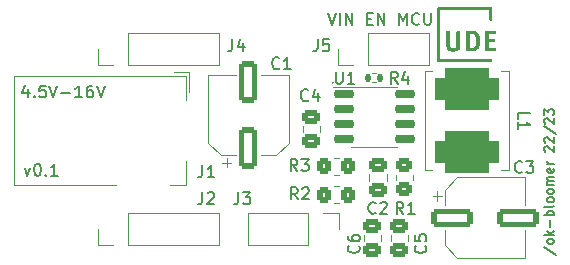
<source format=gto>
%TF.GenerationSoftware,KiCad,Pcbnew,(6.0.8)*%
%TF.CreationDate,2022-11-18T22:38:32+01:00*%
%TF.ProjectId,Single-DCDC-Converter,53696e67-6c65-42d4-9443-44432d436f6e,rev?*%
%TF.SameCoordinates,Original*%
%TF.FileFunction,Legend,Top*%
%TF.FilePolarity,Positive*%
%FSLAX46Y46*%
G04 Gerber Fmt 4.6, Leading zero omitted, Abs format (unit mm)*
G04 Created by KiCad (PCBNEW (6.0.8)) date 2022-11-18 22:38:32*
%MOMM*%
%LPD*%
G01*
G04 APERTURE LIST*
G04 Aperture macros list*
%AMRoundRect*
0 Rectangle with rounded corners*
0 $1 Rounding radius*
0 $2 $3 $4 $5 $6 $7 $8 $9 X,Y pos of 4 corners*
0 Add a 4 corners polygon primitive as box body*
4,1,4,$2,$3,$4,$5,$6,$7,$8,$9,$2,$3,0*
0 Add four circle primitives for the rounded corners*
1,1,$1+$1,$2,$3*
1,1,$1+$1,$4,$5*
1,1,$1+$1,$6,$7*
1,1,$1+$1,$8,$9*
0 Add four rect primitives between the rounded corners*
20,1,$1+$1,$2,$3,$4,$5,0*
20,1,$1+$1,$4,$5,$6,$7,0*
20,1,$1+$1,$6,$7,$8,$9,0*
20,1,$1+$1,$8,$9,$2,$3,0*%
G04 Aperture macros list end*
%ADD10C,0.150000*%
%ADD11C,0.120000*%
%ADD12RoundRect,0.900000X-1.850000X-0.900000X1.850000X-0.900000X1.850000X0.900000X-1.850000X0.900000X0*%
%ADD13RoundRect,0.900000X1.850000X0.900000X-1.850000X0.900000X-1.850000X-0.900000X1.850000X-0.900000X0*%
%ADD14RoundRect,0.135000X-0.135000X-0.185000X0.135000X-0.185000X0.135000X0.185000X-0.135000X0.185000X0*%
%ADD15RoundRect,0.250000X0.475000X-0.337500X0.475000X0.337500X-0.475000X0.337500X-0.475000X-0.337500X0*%
%ADD16R,1.700000X1.700000*%
%ADD17O,1.700000X1.700000*%
%ADD18RoundRect,0.150000X-0.725000X-0.150000X0.725000X-0.150000X0.725000X0.150000X-0.725000X0.150000X0*%
%ADD19RoundRect,0.250000X0.550000X-1.500000X0.550000X1.500000X-0.550000X1.500000X-0.550000X-1.500000X0*%
%ADD20C,5.000000*%
%ADD21RoundRect,0.250000X-0.450000X0.350000X-0.450000X-0.350000X0.450000X-0.350000X0.450000X0.350000X0*%
%ADD22RoundRect,0.250000X-0.350000X-0.450000X0.350000X-0.450000X0.350000X0.450000X-0.350000X0.450000X0*%
%ADD23RoundRect,0.250000X0.350000X0.450000X-0.350000X0.450000X-0.350000X-0.450000X0.350000X-0.450000X0*%
%ADD24R,2.000000X4.600000*%
%ADD25O,2.000000X4.200000*%
%ADD26O,4.200000X2.000000*%
%ADD27RoundRect,0.250000X-1.500000X-0.550000X1.500000X-0.550000X1.500000X0.550000X-1.500000X0.550000X0*%
G04 APERTURE END LIST*
D10*
X99857921Y-66370200D02*
G75*
G03*
X99857921Y-66370200I-35921J0D01*
G01*
X117723809Y-80240595D02*
X118752380Y-80926309D01*
X118561904Y-79859642D02*
X118523809Y-79935833D01*
X118485714Y-79973928D01*
X118409523Y-80012023D01*
X118180952Y-80012023D01*
X118104761Y-79973928D01*
X118066666Y-79935833D01*
X118028571Y-79859642D01*
X118028571Y-79745357D01*
X118066666Y-79669166D01*
X118104761Y-79631071D01*
X118180952Y-79592976D01*
X118409523Y-79592976D01*
X118485714Y-79631071D01*
X118523809Y-79669166D01*
X118561904Y-79745357D01*
X118561904Y-79859642D01*
X118561904Y-79250119D02*
X117761904Y-79250119D01*
X118257142Y-79173928D02*
X118561904Y-78945357D01*
X118028571Y-78945357D02*
X118333333Y-79250119D01*
X118257142Y-78602500D02*
X118257142Y-77992976D01*
X118561904Y-77612023D02*
X117761904Y-77612023D01*
X118066666Y-77612023D02*
X118028571Y-77535833D01*
X118028571Y-77383452D01*
X118066666Y-77307261D01*
X118104761Y-77269166D01*
X118180952Y-77231071D01*
X118409523Y-77231071D01*
X118485714Y-77269166D01*
X118523809Y-77307261D01*
X118561904Y-77383452D01*
X118561904Y-77535833D01*
X118523809Y-77612023D01*
X118561904Y-76773928D02*
X118523809Y-76850119D01*
X118447619Y-76888214D01*
X117761904Y-76888214D01*
X118561904Y-76354880D02*
X118523809Y-76431071D01*
X118485714Y-76469166D01*
X118409523Y-76507261D01*
X118180952Y-76507261D01*
X118104761Y-76469166D01*
X118066666Y-76431071D01*
X118028571Y-76354880D01*
X118028571Y-76240595D01*
X118066666Y-76164404D01*
X118104761Y-76126309D01*
X118180952Y-76088214D01*
X118409523Y-76088214D01*
X118485714Y-76126309D01*
X118523809Y-76164404D01*
X118561904Y-76240595D01*
X118561904Y-76354880D01*
X118561904Y-75631071D02*
X118523809Y-75707261D01*
X118485714Y-75745357D01*
X118409523Y-75783452D01*
X118180952Y-75783452D01*
X118104761Y-75745357D01*
X118066666Y-75707261D01*
X118028571Y-75631071D01*
X118028571Y-75516785D01*
X118066666Y-75440595D01*
X118104761Y-75402500D01*
X118180952Y-75364404D01*
X118409523Y-75364404D01*
X118485714Y-75402500D01*
X118523809Y-75440595D01*
X118561904Y-75516785D01*
X118561904Y-75631071D01*
X118561904Y-75021547D02*
X118028571Y-75021547D01*
X118104761Y-75021547D02*
X118066666Y-74983452D01*
X118028571Y-74907261D01*
X118028571Y-74792976D01*
X118066666Y-74716785D01*
X118142857Y-74678690D01*
X118561904Y-74678690D01*
X118142857Y-74678690D02*
X118066666Y-74640595D01*
X118028571Y-74564404D01*
X118028571Y-74450119D01*
X118066666Y-74373928D01*
X118142857Y-74335833D01*
X118561904Y-74335833D01*
X118523809Y-73650119D02*
X118561904Y-73726309D01*
X118561904Y-73878690D01*
X118523809Y-73954880D01*
X118447619Y-73992976D01*
X118142857Y-73992976D01*
X118066666Y-73954880D01*
X118028571Y-73878690D01*
X118028571Y-73726309D01*
X118066666Y-73650119D01*
X118142857Y-73612023D01*
X118219047Y-73612023D01*
X118295238Y-73992976D01*
X118561904Y-73269166D02*
X118028571Y-73269166D01*
X118180952Y-73269166D02*
X118104761Y-73231071D01*
X118066666Y-73192976D01*
X118028571Y-73116785D01*
X118028571Y-73040595D01*
X117838095Y-72202500D02*
X117800000Y-72164404D01*
X117761904Y-72088214D01*
X117761904Y-71897738D01*
X117800000Y-71821547D01*
X117838095Y-71783452D01*
X117914285Y-71745357D01*
X117990476Y-71745357D01*
X118104761Y-71783452D01*
X118561904Y-72240595D01*
X118561904Y-71745357D01*
X117838095Y-71440595D02*
X117800000Y-71402500D01*
X117761904Y-71326309D01*
X117761904Y-71135833D01*
X117800000Y-71059642D01*
X117838095Y-71021547D01*
X117914285Y-70983452D01*
X117990476Y-70983452D01*
X118104761Y-71021547D01*
X118561904Y-71478690D01*
X118561904Y-70983452D01*
X117723809Y-70069166D02*
X118752380Y-70754880D01*
X117838095Y-69840595D02*
X117800000Y-69802500D01*
X117761904Y-69726309D01*
X117761904Y-69535833D01*
X117800000Y-69459642D01*
X117838095Y-69421547D01*
X117914285Y-69383452D01*
X117990476Y-69383452D01*
X118104761Y-69421547D01*
X118561904Y-69878690D01*
X118561904Y-69383452D01*
X117761904Y-69116785D02*
X117761904Y-68621547D01*
X118066666Y-68888214D01*
X118066666Y-68773928D01*
X118104761Y-68697738D01*
X118142857Y-68659642D01*
X118219047Y-68621547D01*
X118409523Y-68621547D01*
X118485714Y-68659642D01*
X118523809Y-68697738D01*
X118561904Y-68773928D01*
X118561904Y-69002500D01*
X118523809Y-69078690D01*
X118485714Y-69116785D01*
X99457428Y-60463180D02*
X99790761Y-61463180D01*
X100124095Y-60463180D01*
X100457428Y-61463180D02*
X100457428Y-60463180D01*
X100933619Y-61463180D02*
X100933619Y-60463180D01*
X101505047Y-61463180D01*
X101505047Y-60463180D01*
X102743142Y-60939371D02*
X103076476Y-60939371D01*
X103219333Y-61463180D02*
X102743142Y-61463180D01*
X102743142Y-60463180D01*
X103219333Y-60463180D01*
X103647904Y-61463180D02*
X103647904Y-60463180D01*
X104219333Y-61463180D01*
X104219333Y-60463180D01*
X105457428Y-61463180D02*
X105457428Y-60463180D01*
X105790761Y-61177466D01*
X106124095Y-60463180D01*
X106124095Y-61463180D01*
X107171714Y-61367942D02*
X107124095Y-61415561D01*
X106981238Y-61463180D01*
X106886000Y-61463180D01*
X106743142Y-61415561D01*
X106647904Y-61320323D01*
X106600285Y-61225085D01*
X106552666Y-61034609D01*
X106552666Y-60891752D01*
X106600285Y-60701276D01*
X106647904Y-60606038D01*
X106743142Y-60510800D01*
X106886000Y-60463180D01*
X106981238Y-60463180D01*
X107124095Y-60510800D01*
X107171714Y-60558419D01*
X107600285Y-60463180D02*
X107600285Y-61272704D01*
X107647904Y-61367942D01*
X107695523Y-61415561D01*
X107790761Y-61463180D01*
X107981238Y-61463180D01*
X108076476Y-61415561D01*
X108124095Y-61367942D01*
X108171714Y-61272704D01*
X108171714Y-60463180D01*
X74060419Y-66943314D02*
X74060419Y-67609980D01*
X73822323Y-66562361D02*
X73584228Y-67276647D01*
X74203276Y-67276647D01*
X74584228Y-67514742D02*
X74631847Y-67562361D01*
X74584228Y-67609980D01*
X74536609Y-67562361D01*
X74584228Y-67514742D01*
X74584228Y-67609980D01*
X75536609Y-66609980D02*
X75060419Y-66609980D01*
X75012800Y-67086171D01*
X75060419Y-67038552D01*
X75155657Y-66990933D01*
X75393752Y-66990933D01*
X75488990Y-67038552D01*
X75536609Y-67086171D01*
X75584228Y-67181409D01*
X75584228Y-67419504D01*
X75536609Y-67514742D01*
X75488990Y-67562361D01*
X75393752Y-67609980D01*
X75155657Y-67609980D01*
X75060419Y-67562361D01*
X75012800Y-67514742D01*
X75869942Y-66609980D02*
X76203276Y-67609980D01*
X76536609Y-66609980D01*
X76869942Y-67229028D02*
X77631847Y-67229028D01*
X78631847Y-67609980D02*
X78060419Y-67609980D01*
X78346133Y-67609980D02*
X78346133Y-66609980D01*
X78250895Y-66752838D01*
X78155657Y-66848076D01*
X78060419Y-66895695D01*
X79488990Y-66609980D02*
X79298514Y-66609980D01*
X79203276Y-66657600D01*
X79155657Y-66705219D01*
X79060419Y-66848076D01*
X79012800Y-67038552D01*
X79012800Y-67419504D01*
X79060419Y-67514742D01*
X79108038Y-67562361D01*
X79203276Y-67609980D01*
X79393752Y-67609980D01*
X79488990Y-67562361D01*
X79536609Y-67514742D01*
X79584228Y-67419504D01*
X79584228Y-67181409D01*
X79536609Y-67086171D01*
X79488990Y-67038552D01*
X79393752Y-66990933D01*
X79203276Y-66990933D01*
X79108038Y-67038552D01*
X79060419Y-67086171D01*
X79012800Y-67181409D01*
X79869942Y-66609980D02*
X80203276Y-67609980D01*
X80536609Y-66609980D01*
X73755428Y-73572714D02*
X73993523Y-74239380D01*
X74231619Y-73572714D01*
X74803047Y-73239380D02*
X74898285Y-73239380D01*
X74993523Y-73287000D01*
X75041142Y-73334619D01*
X75088761Y-73429857D01*
X75136380Y-73620333D01*
X75136380Y-73858428D01*
X75088761Y-74048904D01*
X75041142Y-74144142D01*
X74993523Y-74191761D01*
X74898285Y-74239380D01*
X74803047Y-74239380D01*
X74707809Y-74191761D01*
X74660190Y-74144142D01*
X74612571Y-74048904D01*
X74564952Y-73858428D01*
X74564952Y-73620333D01*
X74612571Y-73429857D01*
X74660190Y-73334619D01*
X74707809Y-73287000D01*
X74803047Y-73239380D01*
X75564952Y-74144142D02*
X75612571Y-74191761D01*
X75564952Y-74239380D01*
X75517333Y-74191761D01*
X75564952Y-74144142D01*
X75564952Y-74239380D01*
X76564952Y-74239380D02*
X75993523Y-74239380D01*
X76279238Y-74239380D02*
X76279238Y-73239380D01*
X76184000Y-73382238D01*
X76088761Y-73477476D01*
X75993523Y-73525095D01*
X115573819Y-69413933D02*
X115573819Y-68937742D01*
X116573819Y-68937742D01*
X115573819Y-70271076D02*
X115573819Y-69699647D01*
X115573819Y-69985361D02*
X116573819Y-69985361D01*
X116430961Y-69890123D01*
X116335723Y-69794885D01*
X116288104Y-69699647D01*
X105343333Y-66442380D02*
X105010000Y-65966190D01*
X104771904Y-66442380D02*
X104771904Y-65442380D01*
X105152857Y-65442380D01*
X105248095Y-65490000D01*
X105295714Y-65537619D01*
X105343333Y-65632857D01*
X105343333Y-65775714D01*
X105295714Y-65870952D01*
X105248095Y-65918571D01*
X105152857Y-65966190D01*
X104771904Y-65966190D01*
X106200476Y-65775714D02*
X106200476Y-66442380D01*
X105962380Y-65394761D02*
X105724285Y-66109047D01*
X106343333Y-66109047D01*
X103490733Y-77373842D02*
X103443114Y-77421461D01*
X103300257Y-77469080D01*
X103205019Y-77469080D01*
X103062161Y-77421461D01*
X102966923Y-77326223D01*
X102919304Y-77230985D01*
X102871685Y-77040509D01*
X102871685Y-76897652D01*
X102919304Y-76707176D01*
X102966923Y-76611938D01*
X103062161Y-76516700D01*
X103205019Y-76469080D01*
X103300257Y-76469080D01*
X103443114Y-76516700D01*
X103490733Y-76564319D01*
X103871685Y-76564319D02*
X103919304Y-76516700D01*
X104014542Y-76469080D01*
X104252638Y-76469080D01*
X104347876Y-76516700D01*
X104395495Y-76564319D01*
X104443114Y-76659557D01*
X104443114Y-76754795D01*
X104395495Y-76897652D01*
X103824066Y-77469080D01*
X104443114Y-77469080D01*
X91868666Y-75652380D02*
X91868666Y-76366666D01*
X91821047Y-76509523D01*
X91725809Y-76604761D01*
X91582952Y-76652380D01*
X91487714Y-76652380D01*
X92249619Y-75652380D02*
X92868666Y-75652380D01*
X92535333Y-76033333D01*
X92678190Y-76033333D01*
X92773428Y-76080952D01*
X92821047Y-76128571D01*
X92868666Y-76223809D01*
X92868666Y-76461904D01*
X92821047Y-76557142D01*
X92773428Y-76604761D01*
X92678190Y-76652380D01*
X92392476Y-76652380D01*
X92297238Y-76604761D01*
X92249619Y-76557142D01*
X100108095Y-65442380D02*
X100108095Y-66251904D01*
X100155714Y-66347142D01*
X100203333Y-66394761D01*
X100298571Y-66442380D01*
X100489047Y-66442380D01*
X100584285Y-66394761D01*
X100631904Y-66347142D01*
X100679523Y-66251904D01*
X100679523Y-65442380D01*
X101679523Y-66442380D02*
X101108095Y-66442380D01*
X101393809Y-66442380D02*
X101393809Y-65442380D01*
X101298571Y-65585238D01*
X101203333Y-65680476D01*
X101108095Y-65728095D01*
X95337333Y-65127142D02*
X95289714Y-65174761D01*
X95146857Y-65222380D01*
X95051619Y-65222380D01*
X94908761Y-65174761D01*
X94813523Y-65079523D01*
X94765904Y-64984285D01*
X94718285Y-64793809D01*
X94718285Y-64650952D01*
X94765904Y-64460476D01*
X94813523Y-64365238D01*
X94908761Y-64270000D01*
X95051619Y-64222380D01*
X95146857Y-64222380D01*
X95289714Y-64270000D01*
X95337333Y-64317619D01*
X96289714Y-65222380D02*
X95718285Y-65222380D01*
X96004000Y-65222380D02*
X96004000Y-64222380D01*
X95908761Y-64365238D01*
X95813523Y-64460476D01*
X95718285Y-64508095D01*
X102033142Y-80174666D02*
X102080761Y-80222285D01*
X102128380Y-80365142D01*
X102128380Y-80460380D01*
X102080761Y-80603238D01*
X101985523Y-80698476D01*
X101890285Y-80746095D01*
X101699809Y-80793714D01*
X101556952Y-80793714D01*
X101366476Y-80746095D01*
X101271238Y-80698476D01*
X101176000Y-80603238D01*
X101128380Y-80460380D01*
X101128380Y-80365142D01*
X101176000Y-80222285D01*
X101223619Y-80174666D01*
X101128380Y-79317523D02*
X101128380Y-79508000D01*
X101176000Y-79603238D01*
X101223619Y-79650857D01*
X101366476Y-79746095D01*
X101556952Y-79793714D01*
X101937904Y-79793714D01*
X102033142Y-79746095D01*
X102080761Y-79698476D01*
X102128380Y-79603238D01*
X102128380Y-79412761D01*
X102080761Y-79317523D01*
X102033142Y-79269904D01*
X101937904Y-79222285D01*
X101699809Y-79222285D01*
X101604571Y-79269904D01*
X101556952Y-79317523D01*
X101509333Y-79412761D01*
X101509333Y-79603238D01*
X101556952Y-79698476D01*
X101604571Y-79746095D01*
X101699809Y-79793714D01*
X105827533Y-77469080D02*
X105494200Y-76992890D01*
X105256104Y-77469080D02*
X105256104Y-76469080D01*
X105637057Y-76469080D01*
X105732295Y-76516700D01*
X105779914Y-76564319D01*
X105827533Y-76659557D01*
X105827533Y-76802414D01*
X105779914Y-76897652D01*
X105732295Y-76945271D01*
X105637057Y-76992890D01*
X105256104Y-76992890D01*
X106779914Y-77469080D02*
X106208485Y-77469080D01*
X106494200Y-77469080D02*
X106494200Y-76469080D01*
X106398961Y-76611938D01*
X106303723Y-76707176D01*
X106208485Y-76754795D01*
X96859133Y-73841580D02*
X96525800Y-73365390D01*
X96287704Y-73841580D02*
X96287704Y-72841580D01*
X96668657Y-72841580D01*
X96763895Y-72889200D01*
X96811514Y-72936819D01*
X96859133Y-73032057D01*
X96859133Y-73174914D01*
X96811514Y-73270152D01*
X96763895Y-73317771D01*
X96668657Y-73365390D01*
X96287704Y-73365390D01*
X97192466Y-72841580D02*
X97811514Y-72841580D01*
X97478180Y-73222533D01*
X97621038Y-73222533D01*
X97716276Y-73270152D01*
X97763895Y-73317771D01*
X97811514Y-73413009D01*
X97811514Y-73651104D01*
X97763895Y-73746342D01*
X97716276Y-73793961D01*
X97621038Y-73841580D01*
X97335323Y-73841580D01*
X97240085Y-73793961D01*
X97192466Y-73746342D01*
X98574266Y-62698380D02*
X98574266Y-63412666D01*
X98526647Y-63555523D01*
X98431409Y-63650761D01*
X98288552Y-63698380D01*
X98193314Y-63698380D01*
X99526647Y-62698380D02*
X99050457Y-62698380D01*
X99002838Y-63174571D01*
X99050457Y-63126952D01*
X99145695Y-63079333D01*
X99383790Y-63079333D01*
X99479028Y-63126952D01*
X99526647Y-63174571D01*
X99574266Y-63269809D01*
X99574266Y-63507904D01*
X99526647Y-63603142D01*
X99479028Y-63650761D01*
X99383790Y-63698380D01*
X99145695Y-63698380D01*
X99050457Y-63650761D01*
X99002838Y-63603142D01*
X91360666Y-62698380D02*
X91360666Y-63412666D01*
X91313047Y-63555523D01*
X91217809Y-63650761D01*
X91074952Y-63698380D01*
X90979714Y-63698380D01*
X92265428Y-63031714D02*
X92265428Y-63698380D01*
X92027333Y-62650761D02*
X91789238Y-63365047D01*
X92408285Y-63365047D01*
X96884533Y-76241580D02*
X96551200Y-75765390D01*
X96313104Y-76241580D02*
X96313104Y-75241580D01*
X96694057Y-75241580D01*
X96789295Y-75289200D01*
X96836914Y-75336819D01*
X96884533Y-75432057D01*
X96884533Y-75574914D01*
X96836914Y-75670152D01*
X96789295Y-75717771D01*
X96694057Y-75765390D01*
X96313104Y-75765390D01*
X97265485Y-75336819D02*
X97313104Y-75289200D01*
X97408342Y-75241580D01*
X97646438Y-75241580D01*
X97741676Y-75289200D01*
X97789295Y-75336819D01*
X97836914Y-75432057D01*
X97836914Y-75527295D01*
X97789295Y-75670152D01*
X97217866Y-76241580D01*
X97836914Y-76241580D01*
X88820666Y-73366380D02*
X88820666Y-74080666D01*
X88773047Y-74223523D01*
X88677809Y-74318761D01*
X88534952Y-74366380D01*
X88439714Y-74366380D01*
X89820666Y-74366380D02*
X89249238Y-74366380D01*
X89534952Y-74366380D02*
X89534952Y-73366380D01*
X89439714Y-73509238D01*
X89344476Y-73604476D01*
X89249238Y-73652095D01*
X97765533Y-67839142D02*
X97717914Y-67886761D01*
X97575057Y-67934380D01*
X97479819Y-67934380D01*
X97336961Y-67886761D01*
X97241723Y-67791523D01*
X97194104Y-67696285D01*
X97146485Y-67505809D01*
X97146485Y-67362952D01*
X97194104Y-67172476D01*
X97241723Y-67077238D01*
X97336961Y-66982000D01*
X97479819Y-66934380D01*
X97575057Y-66934380D01*
X97717914Y-66982000D01*
X97765533Y-67029619D01*
X98622676Y-67267714D02*
X98622676Y-67934380D01*
X98384580Y-66886761D02*
X98146485Y-67601047D01*
X98765533Y-67601047D01*
X88820666Y-75652380D02*
X88820666Y-76366666D01*
X88773047Y-76509523D01*
X88677809Y-76604761D01*
X88534952Y-76652380D01*
X88439714Y-76652380D01*
X89249238Y-75747619D02*
X89296857Y-75700000D01*
X89392095Y-75652380D01*
X89630190Y-75652380D01*
X89725428Y-75700000D01*
X89773047Y-75747619D01*
X89820666Y-75842857D01*
X89820666Y-75938095D01*
X89773047Y-76080952D01*
X89201619Y-76652380D01*
X89820666Y-76652380D01*
X115895333Y-73915342D02*
X115847714Y-73962961D01*
X115704857Y-74010580D01*
X115609619Y-74010580D01*
X115466761Y-73962961D01*
X115371523Y-73867723D01*
X115323904Y-73772485D01*
X115276285Y-73582009D01*
X115276285Y-73439152D01*
X115323904Y-73248676D01*
X115371523Y-73153438D01*
X115466761Y-73058200D01*
X115609619Y-73010580D01*
X115704857Y-73010580D01*
X115847714Y-73058200D01*
X115895333Y-73105819D01*
X116228666Y-73010580D02*
X116847714Y-73010580D01*
X116514380Y-73391533D01*
X116657238Y-73391533D01*
X116752476Y-73439152D01*
X116800095Y-73486771D01*
X116847714Y-73582009D01*
X116847714Y-73820104D01*
X116800095Y-73915342D01*
X116752476Y-73962961D01*
X116657238Y-74010580D01*
X116371523Y-74010580D01*
X116276285Y-73962961D01*
X116228666Y-73915342D01*
X107685142Y-80166666D02*
X107732761Y-80214285D01*
X107780380Y-80357142D01*
X107780380Y-80452380D01*
X107732761Y-80595238D01*
X107637523Y-80690476D01*
X107542285Y-80738095D01*
X107351809Y-80785714D01*
X107208952Y-80785714D01*
X107018476Y-80738095D01*
X106923238Y-80690476D01*
X106828000Y-80595238D01*
X106780380Y-80452380D01*
X106780380Y-80357142D01*
X106828000Y-80214285D01*
X106875619Y-80166666D01*
X106780380Y-79261904D02*
X106780380Y-79738095D01*
X107256571Y-79785714D01*
X107208952Y-79738095D01*
X107161333Y-79642857D01*
X107161333Y-79404761D01*
X107208952Y-79309523D01*
X107256571Y-79261904D01*
X107351809Y-79214285D01*
X107589904Y-79214285D01*
X107685142Y-79261904D01*
X107732761Y-79309523D01*
X107780380Y-79404761D01*
X107780380Y-79642857D01*
X107732761Y-79738095D01*
X107685142Y-79785714D01*
D11*
X114757200Y-73720600D02*
X114126200Y-73720600D01*
X107651200Y-73720600D02*
X107651200Y-65420600D01*
X107651200Y-65420600D02*
X108282200Y-65420600D01*
X114126200Y-65420600D02*
X114757200Y-65420600D01*
X114757200Y-65420600D02*
X114757200Y-73720600D01*
X108282200Y-73720600D02*
X107651200Y-73720600D01*
X103196359Y-66310000D02*
X103503641Y-66310000D01*
X103196359Y-65550000D02*
X103503641Y-65550000D01*
X104417800Y-74657852D02*
X104417800Y-74135348D01*
X102947800Y-74657852D02*
X102947800Y-74135348D01*
X97790000Y-77410000D02*
X92650000Y-77410000D01*
X100390000Y-77410000D02*
X100390000Y-78740000D01*
X97790000Y-80070000D02*
X92650000Y-80070000D01*
X97790000Y-77410000D02*
X97790000Y-80070000D01*
X92650000Y-77410000D02*
X92650000Y-80070000D01*
X99060000Y-77410000D02*
X100390000Y-77410000D01*
X103352600Y-66705800D02*
X105302600Y-66705800D01*
X103352600Y-71825800D02*
X105302600Y-71825800D01*
X103352600Y-71825800D02*
X101402600Y-71825800D01*
X103352600Y-66705800D02*
X99902600Y-66705800D01*
X90468750Y-73131750D02*
X91256250Y-73131750D01*
X90364437Y-72498000D02*
X91650000Y-72498000D01*
X96120000Y-65678000D02*
X93770000Y-65678000D01*
X96120000Y-71433563D02*
X96120000Y-65678000D01*
X95055563Y-72498000D02*
X93770000Y-72498000D01*
X90364437Y-72498000D02*
X89300000Y-71433563D01*
X90862500Y-73525500D02*
X90862500Y-72738000D01*
X89300000Y-71433563D02*
X89300000Y-65678000D01*
X89300000Y-65678000D02*
X91650000Y-65678000D01*
X95055563Y-72498000D02*
X96120000Y-71433563D01*
X102465000Y-79761252D02*
X102465000Y-79238748D01*
X103935000Y-79761252D02*
X103935000Y-79238748D01*
X106653000Y-74144136D02*
X106653000Y-74598264D01*
X105183000Y-74144136D02*
X105183000Y-74598264D01*
X99922936Y-72705000D02*
X100377064Y-72705000D01*
X99922936Y-74175000D02*
X100377064Y-74175000D01*
X108010000Y-64830000D02*
X108010000Y-62170000D01*
X102870000Y-64830000D02*
X102870000Y-62170000D01*
X102870000Y-64830000D02*
X108010000Y-64830000D01*
X102870000Y-62170000D02*
X108010000Y-62170000D01*
X101600000Y-64830000D02*
X100270000Y-64830000D01*
X100270000Y-64830000D02*
X100270000Y-63500000D01*
X81280000Y-64830000D02*
X79950000Y-64830000D01*
X90230000Y-64830000D02*
X90230000Y-62170000D01*
X82550000Y-62170000D02*
X90230000Y-62170000D01*
X79950000Y-64830000D02*
X79950000Y-63500000D01*
X82550000Y-64830000D02*
X82550000Y-62170000D01*
X82550000Y-64830000D02*
X90230000Y-64830000D01*
X100377064Y-76575000D02*
X99922936Y-76575000D01*
X100377064Y-75105000D02*
X99922936Y-75105000D01*
X72890200Y-65793800D02*
X87390200Y-65793800D01*
X72890200Y-74993800D02*
X72890200Y-65793800D01*
X87390200Y-65793800D02*
X87390200Y-67793800D01*
X87690200Y-67193800D02*
X87690200Y-65493800D01*
X87390200Y-74993800D02*
X86090200Y-74993800D01*
X87690200Y-65493800D02*
X86390200Y-65493800D01*
X87390200Y-72993800D02*
X87390200Y-74993800D01*
X81490200Y-74993800D02*
X72890200Y-74993800D01*
X98785000Y-70543052D02*
X98785000Y-70020548D01*
X97315000Y-70543052D02*
X97315000Y-70020548D01*
X81280000Y-80070000D02*
X79950000Y-80070000D01*
X82550000Y-80070000D02*
X90230000Y-80070000D01*
X82550000Y-77410000D02*
X90230000Y-77410000D01*
X79950000Y-80070000D02*
X79950000Y-78740000D01*
X90230000Y-80070000D02*
X90230000Y-77410000D01*
X82550000Y-80070000D02*
X82550000Y-77410000D01*
X109350000Y-80145563D02*
X110414437Y-81210000D01*
X109350000Y-75454437D02*
X110414437Y-74390000D01*
X108322500Y-75952500D02*
X109110000Y-75952500D01*
X108716250Y-75558750D02*
X108716250Y-76346250D01*
X110414437Y-81210000D02*
X116170000Y-81210000D01*
X116170000Y-74390000D02*
X116170000Y-76740000D01*
X109350000Y-75454437D02*
X109350000Y-76740000D01*
X116170000Y-81210000D02*
X116170000Y-78860000D01*
X110414437Y-74390000D02*
X116170000Y-74390000D01*
X109350000Y-80145563D02*
X109350000Y-78860000D01*
X104765000Y-79763252D02*
X104765000Y-79240748D01*
X106235000Y-79763252D02*
X106235000Y-79240748D01*
G36*
X113324797Y-61976444D02*
G01*
X113404733Y-61976608D01*
X113473307Y-61976893D01*
X113531183Y-61977311D01*
X113579023Y-61977874D01*
X113617493Y-61978592D01*
X113647256Y-61979476D01*
X113668975Y-61980538D01*
X113683316Y-61981787D01*
X113690940Y-61983236D01*
X113692411Y-61984007D01*
X113696637Y-61989635D01*
X113698797Y-61997331D01*
X113698622Y-62008827D01*
X113695847Y-62025854D01*
X113690204Y-62050142D01*
X113681425Y-62083423D01*
X113671554Y-62119160D01*
X113660024Y-62159369D01*
X113650675Y-62189054D01*
X113642802Y-62210047D01*
X113635696Y-62224182D01*
X113628650Y-62233290D01*
X113626856Y-62234961D01*
X113610484Y-62249238D01*
X113103573Y-62249238D01*
X113103573Y-62661678D01*
X113333905Y-62661678D01*
X113399005Y-62661798D01*
X113452277Y-62662174D01*
X113494581Y-62662835D01*
X113526777Y-62663807D01*
X113549724Y-62665119D01*
X113564284Y-62666798D01*
X113571315Y-62668872D01*
X113571852Y-62669293D01*
X113574860Y-62677151D01*
X113577072Y-62694455D01*
X113578537Y-62722076D01*
X113579310Y-62760883D01*
X113579466Y-62795838D01*
X113579411Y-62837455D01*
X113579111Y-62868218D01*
X113578366Y-62889966D01*
X113576974Y-62904535D01*
X113574735Y-62913763D01*
X113571446Y-62919487D01*
X113566908Y-62923543D01*
X113565364Y-62924646D01*
X113560103Y-62927310D01*
X113551867Y-62929459D01*
X113539388Y-62931146D01*
X113521398Y-62932424D01*
X113496630Y-62933345D01*
X113463818Y-62933963D01*
X113421694Y-62934329D01*
X113368990Y-62934497D01*
X113327417Y-62934524D01*
X113103573Y-62934524D01*
X113103573Y-63423107D01*
X113388332Y-63423107D01*
X113456361Y-63423142D01*
X113512810Y-63423273D01*
X113558790Y-63423540D01*
X113595412Y-63423983D01*
X113623785Y-63424641D01*
X113645020Y-63425553D01*
X113660228Y-63426761D01*
X113670519Y-63428303D01*
X113677004Y-63430219D01*
X113680794Y-63432549D01*
X113681799Y-63433600D01*
X113685106Y-63440705D01*
X113687522Y-63453916D01*
X113689154Y-63474766D01*
X113690108Y-63504788D01*
X113690489Y-63545516D01*
X113690508Y-63559530D01*
X113690272Y-63603645D01*
X113689495Y-63636610D01*
X113688071Y-63659959D01*
X113685892Y-63675224D01*
X113682855Y-63683940D01*
X113681799Y-63685460D01*
X113679296Y-63687493D01*
X113674820Y-63689248D01*
X113667490Y-63690744D01*
X113656428Y-63692002D01*
X113640752Y-63693042D01*
X113619585Y-63693885D01*
X113592045Y-63694550D01*
X113557254Y-63695058D01*
X113514332Y-63695429D01*
X113462399Y-63695684D01*
X113400575Y-63695842D01*
X113327981Y-63695925D01*
X113243738Y-63695952D01*
X113226981Y-63695953D01*
X113140172Y-63695930D01*
X113065181Y-63695847D01*
X113001134Y-63695687D01*
X112947158Y-63695429D01*
X112902380Y-63695054D01*
X112865928Y-63694544D01*
X112836927Y-63693880D01*
X112814506Y-63693042D01*
X112797791Y-63692011D01*
X112785909Y-63690768D01*
X112777986Y-63689294D01*
X112773151Y-63687571D01*
X112770901Y-63685982D01*
X112769463Y-63683636D01*
X112768169Y-63679201D01*
X112767011Y-63672046D01*
X112765982Y-63661539D01*
X112765073Y-63647049D01*
X112764279Y-63627944D01*
X112763591Y-63603592D01*
X112763002Y-63573362D01*
X112762505Y-63536623D01*
X112762092Y-63492743D01*
X112761756Y-63441090D01*
X112761489Y-63381034D01*
X112761284Y-63311942D01*
X112761134Y-63233183D01*
X112761031Y-63144125D01*
X112760967Y-63044138D01*
X112760936Y-62932588D01*
X112760930Y-62836173D01*
X112760941Y-62715072D01*
X112760978Y-62606031D01*
X112761049Y-62508417D01*
X112761162Y-62421599D01*
X112761323Y-62344945D01*
X112761540Y-62277825D01*
X112761821Y-62219606D01*
X112762173Y-62169656D01*
X112762603Y-62127345D01*
X112763119Y-62092041D01*
X112763729Y-62063112D01*
X112764439Y-62039928D01*
X112765256Y-62021855D01*
X112766190Y-62008263D01*
X112767246Y-61998521D01*
X112768432Y-61991996D01*
X112769756Y-61988058D01*
X112770901Y-61986364D01*
X112773864Y-61984436D01*
X112779201Y-61982770D01*
X112787779Y-61981347D01*
X112800465Y-61980150D01*
X112818126Y-61979158D01*
X112841631Y-61978354D01*
X112871845Y-61977718D01*
X112909636Y-61977231D01*
X112955871Y-61976876D01*
X113011418Y-61976634D01*
X113077143Y-61976485D01*
X113153914Y-61976411D01*
X113232834Y-61976392D01*
X113324797Y-61976444D01*
G37*
G36*
X111510891Y-61976568D02*
G01*
X111571510Y-61977073D01*
X111627866Y-61977871D01*
X111678300Y-61978926D01*
X111721152Y-61980205D01*
X111754764Y-61981671D01*
X111777476Y-61983289D01*
X111778755Y-61983423D01*
X111868613Y-61997221D01*
X111949526Y-62018526D01*
X112021808Y-62047713D01*
X112085775Y-62085155D01*
X112141743Y-62131225D01*
X112190028Y-62186297D01*
X112230946Y-62250745D01*
X112264811Y-62324943D01*
X112291941Y-62409264D01*
X112312650Y-62504082D01*
X112327254Y-62609770D01*
X112329779Y-62635609D01*
X112332527Y-62677085D01*
X112334215Y-62727153D01*
X112334895Y-62783213D01*
X112334622Y-62842660D01*
X112333450Y-62902892D01*
X112331433Y-62961307D01*
X112328624Y-63015301D01*
X112325078Y-63062272D01*
X112320849Y-63099617D01*
X112320058Y-63104868D01*
X112300258Y-63206152D01*
X112274411Y-63296572D01*
X112242243Y-63376565D01*
X112203482Y-63446566D01*
X112157853Y-63507014D01*
X112105084Y-63558344D01*
X112044901Y-63600993D01*
X111992142Y-63628739D01*
X111954251Y-63644844D01*
X111916755Y-63657849D01*
X111875408Y-63669043D01*
X111825963Y-63679720D01*
X111821834Y-63680531D01*
X111806278Y-63683162D01*
X111787906Y-63685399D01*
X111765487Y-63687290D01*
X111737790Y-63688884D01*
X111703584Y-63690228D01*
X111661637Y-63691371D01*
X111610717Y-63692361D01*
X111549595Y-63693246D01*
X111477037Y-63694074D01*
X111475465Y-63694090D01*
X111406524Y-63694771D01*
X111349166Y-63695245D01*
X111302284Y-63695482D01*
X111264771Y-63695456D01*
X111235522Y-63695139D01*
X111213429Y-63694504D01*
X111197386Y-63693524D01*
X111186287Y-63692170D01*
X111179025Y-63690415D01*
X111174494Y-63688232D01*
X111172480Y-63686562D01*
X111170964Y-63684356D01*
X111169599Y-63680503D01*
X111168378Y-63674366D01*
X111167292Y-63665305D01*
X111166335Y-63652683D01*
X111165498Y-63635861D01*
X111164773Y-63614201D01*
X111164152Y-63587065D01*
X111163627Y-63553814D01*
X111163190Y-63513810D01*
X111162835Y-63466416D01*
X111162623Y-63424951D01*
X111504572Y-63424951D01*
X111598164Y-63421289D01*
X111636257Y-63419198D01*
X111672457Y-63416125D01*
X111703348Y-63412425D01*
X111725512Y-63408453D01*
X111728012Y-63407818D01*
X111780054Y-63389577D01*
X111824841Y-63364554D01*
X111862879Y-63331976D01*
X111894673Y-63291065D01*
X111920730Y-63241046D01*
X111941554Y-63181144D01*
X111957651Y-63110583D01*
X111968288Y-63039220D01*
X111971056Y-63007797D01*
X111973172Y-62966782D01*
X111974636Y-62918809D01*
X111975447Y-62866514D01*
X111975605Y-62812530D01*
X111975109Y-62759491D01*
X111973958Y-62710032D01*
X111972153Y-62666785D01*
X111969693Y-62632386D01*
X111968364Y-62620434D01*
X111955476Y-62542334D01*
X111938555Y-62475604D01*
X111917309Y-62419489D01*
X111891447Y-62373235D01*
X111860677Y-62336084D01*
X111857288Y-62332812D01*
X111828107Y-62307911D01*
X111798091Y-62288521D01*
X111765064Y-62273947D01*
X111726853Y-62263497D01*
X111681282Y-62256474D01*
X111626177Y-62252186D01*
X111601337Y-62251094D01*
X111504572Y-62247539D01*
X111504572Y-63424951D01*
X111162623Y-63424951D01*
X111162551Y-63410992D01*
X111162332Y-63346901D01*
X111162170Y-63273505D01*
X111162057Y-63190164D01*
X111161984Y-63096241D01*
X111161944Y-62991098D01*
X111161930Y-62874096D01*
X111161929Y-62836173D01*
X111161940Y-62715072D01*
X111161977Y-62606031D01*
X111162048Y-62508417D01*
X111162161Y-62421599D01*
X111162322Y-62344945D01*
X111162539Y-62277825D01*
X111162685Y-62247539D01*
X111162820Y-62219606D01*
X111163172Y-62169656D01*
X111163603Y-62127345D01*
X111164119Y-62092041D01*
X111164728Y-62063112D01*
X111165438Y-62039928D01*
X111166256Y-62021855D01*
X111167189Y-62008263D01*
X111168245Y-61998521D01*
X111169431Y-61991996D01*
X111170755Y-61988058D01*
X111171900Y-61986364D01*
X111175593Y-61983893D01*
X111182026Y-61981860D01*
X111192342Y-61980224D01*
X111207685Y-61978942D01*
X111229195Y-61977974D01*
X111258017Y-61977279D01*
X111295293Y-61976815D01*
X111342164Y-61976540D01*
X111399775Y-61976414D01*
X111447669Y-61976392D01*
X111510891Y-61976568D01*
G37*
G36*
X111226493Y-59977643D02*
G01*
X111414527Y-59977649D01*
X111590656Y-59977661D01*
X111755275Y-59977681D01*
X111908778Y-59977712D01*
X112051556Y-59977755D01*
X112184005Y-59977813D01*
X112306516Y-59977888D01*
X112419484Y-59977981D01*
X112523302Y-59978095D01*
X112618364Y-59978231D01*
X112705062Y-59978392D01*
X112783790Y-59978580D01*
X112854941Y-59978797D01*
X112918909Y-59979045D01*
X112976088Y-59979326D01*
X113026869Y-59979642D01*
X113071648Y-59979994D01*
X113110817Y-59980386D01*
X113144770Y-59980819D01*
X113173900Y-59981296D01*
X113198600Y-59981817D01*
X113219264Y-59982386D01*
X113236285Y-59983004D01*
X113250057Y-59983673D01*
X113260973Y-59984396D01*
X113269425Y-59985175D01*
X113275809Y-59986011D01*
X113280517Y-59986906D01*
X113283942Y-59987863D01*
X113286478Y-59988884D01*
X113287525Y-59989414D01*
X113305498Y-60002021D01*
X113323759Y-60019231D01*
X113328670Y-60024899D01*
X113347865Y-60048613D01*
X113349555Y-60593876D01*
X113349836Y-60690343D01*
X113350035Y-60774895D01*
X113350140Y-60848310D01*
X113350140Y-60911362D01*
X113350024Y-60964828D01*
X113349779Y-61009485D01*
X113349396Y-61046107D01*
X113348861Y-61075472D01*
X113348164Y-61098355D01*
X113347294Y-61115532D01*
X113346238Y-61127780D01*
X113344986Y-61135874D01*
X113343525Y-61140591D01*
X113341846Y-61142706D01*
X113341464Y-61142893D01*
X113331430Y-61142252D01*
X113312324Y-61137391D01*
X113286661Y-61129262D01*
X113256955Y-61118818D01*
X113225721Y-61107012D01*
X113195475Y-61094798D01*
X113168732Y-61083128D01*
X113148006Y-61072956D01*
X113135814Y-61065235D01*
X113135299Y-61064768D01*
X113119436Y-61049704D01*
X113117718Y-60627887D01*
X113115999Y-60206070D01*
X108934749Y-60206070D01*
X108934749Y-64393929D01*
X111130203Y-64393929D01*
X111328358Y-64393930D01*
X111514220Y-64393933D01*
X111688183Y-64393941D01*
X111850644Y-64393956D01*
X112002000Y-64393980D01*
X112142646Y-64394016D01*
X112272978Y-64394066D01*
X112393393Y-64394133D01*
X112504287Y-64394217D01*
X112606056Y-64394323D01*
X112699097Y-64394452D01*
X112783805Y-64394606D01*
X112860576Y-64394787D01*
X112929808Y-64394998D01*
X112991895Y-64395242D01*
X113047234Y-64395520D01*
X113096222Y-64395835D01*
X113139254Y-64396189D01*
X113176727Y-64396584D01*
X113209037Y-64397022D01*
X113236580Y-64397506D01*
X113259752Y-64398039D01*
X113278949Y-64398622D01*
X113294568Y-64399257D01*
X113307005Y-64399948D01*
X113316655Y-64400695D01*
X113323916Y-64401502D01*
X113329183Y-64402371D01*
X113332852Y-64403304D01*
X113335320Y-64404303D01*
X113336983Y-64405371D01*
X113338237Y-64406510D01*
X113338347Y-64406620D01*
X113343374Y-64412707D01*
X113346874Y-64420685D01*
X113349120Y-64432770D01*
X113350381Y-64451179D01*
X113350929Y-64478127D01*
X113351037Y-64510333D01*
X113350911Y-64546340D01*
X113350340Y-64571863D01*
X113349040Y-64589109D01*
X113346724Y-64600284D01*
X113343107Y-64607592D01*
X113337903Y-64613241D01*
X113337681Y-64613443D01*
X113336288Y-64614520D01*
X113334303Y-64615531D01*
X113331335Y-64616479D01*
X113326994Y-64617366D01*
X113320889Y-64618194D01*
X113312629Y-64618965D01*
X113301825Y-64619682D01*
X113288084Y-64620347D01*
X113271017Y-64620961D01*
X113250233Y-64621529D01*
X113225341Y-64622050D01*
X113195951Y-64622529D01*
X113161672Y-64622966D01*
X113122114Y-64623365D01*
X113076886Y-64623727D01*
X113025596Y-64624055D01*
X112967856Y-64624352D01*
X112903273Y-64624618D01*
X112831458Y-64624857D01*
X112752020Y-64625071D01*
X112664568Y-64625261D01*
X112568711Y-64625431D01*
X112464060Y-64625583D01*
X112350222Y-64625718D01*
X112226809Y-64625839D01*
X112093428Y-64625949D01*
X111949690Y-64626048D01*
X111795204Y-64626141D01*
X111629579Y-64626229D01*
X111452425Y-64626313D01*
X111263351Y-64626397D01*
X111067671Y-64626481D01*
X110898998Y-64626538D01*
X110733492Y-64626568D01*
X110571608Y-64626570D01*
X110413801Y-64626546D01*
X110260529Y-64626496D01*
X110112246Y-64626422D01*
X109969409Y-64626323D01*
X109832474Y-64626201D01*
X109701896Y-64626057D01*
X109578132Y-64625891D01*
X109461638Y-64625705D01*
X109352869Y-64625498D01*
X109252281Y-64625272D01*
X109160331Y-64625027D01*
X109077474Y-64624765D01*
X109004167Y-64624486D01*
X108940864Y-64624191D01*
X108888023Y-64623880D01*
X108846099Y-64623555D01*
X108815548Y-64623216D01*
X108796825Y-64622864D01*
X108790482Y-64622541D01*
X108764185Y-64611394D01*
X108738344Y-64592426D01*
X108718082Y-64569614D01*
X108714246Y-64563336D01*
X108713252Y-64561078D01*
X108712320Y-64557787D01*
X108711447Y-64553072D01*
X108710631Y-64546542D01*
X108709870Y-64537805D01*
X108709162Y-64526470D01*
X108708505Y-64512144D01*
X108707898Y-64494438D01*
X108707339Y-64472958D01*
X108706824Y-64447314D01*
X108706354Y-64417114D01*
X108705925Y-64381966D01*
X108705536Y-64341479D01*
X108705185Y-64295262D01*
X108704870Y-64242922D01*
X108704589Y-64184069D01*
X108704339Y-64118311D01*
X108704121Y-64045256D01*
X108703930Y-63964513D01*
X108703766Y-63875690D01*
X108703626Y-63778396D01*
X108703508Y-63672239D01*
X108703412Y-63556828D01*
X108703334Y-63431771D01*
X108703272Y-63296676D01*
X108703226Y-63151153D01*
X108703192Y-62994810D01*
X108703169Y-62827254D01*
X108703156Y-62648095D01*
X108703149Y-62456941D01*
X108703148Y-62300000D01*
X108703148Y-60056957D01*
X108717977Y-60033106D01*
X108733069Y-60014842D01*
X108752975Y-59997867D01*
X108759779Y-59993448D01*
X108786751Y-59977642D01*
X111026163Y-59977642D01*
X111226493Y-59977643D01*
G37*
G36*
X110551605Y-61976602D02*
G01*
X110593093Y-61977260D01*
X110623748Y-61978410D01*
X110644497Y-61980097D01*
X110656264Y-61982363D01*
X110659386Y-61984007D01*
X110660624Y-61991466D01*
X110661761Y-62010575D01*
X110662796Y-62040291D01*
X110663729Y-62079574D01*
X110664560Y-62127383D01*
X110665287Y-62182676D01*
X110665909Y-62244412D01*
X110666427Y-62311551D01*
X110666839Y-62383051D01*
X110667145Y-62457871D01*
X110667344Y-62534970D01*
X110667435Y-62613307D01*
X110667417Y-62691840D01*
X110667291Y-62769529D01*
X110667055Y-62845332D01*
X110666708Y-62918209D01*
X110666250Y-62987118D01*
X110665681Y-63051018D01*
X110664999Y-63108868D01*
X110664203Y-63159627D01*
X110663294Y-63202254D01*
X110662270Y-63235707D01*
X110661131Y-63258946D01*
X110660238Y-63268776D01*
X110643769Y-63356732D01*
X110619525Y-63434761D01*
X110587224Y-63503177D01*
X110546587Y-63562293D01*
X110497333Y-63612423D01*
X110439182Y-63653880D01*
X110371855Y-63686978D01*
X110295069Y-63712030D01*
X110255948Y-63721051D01*
X110213078Y-63727869D01*
X110161568Y-63733042D01*
X110105382Y-63736413D01*
X110048482Y-63737820D01*
X109994832Y-63737106D01*
X109948396Y-63734110D01*
X109943643Y-63733606D01*
X109854213Y-63718820D01*
X109774070Y-63695396D01*
X109703172Y-63663299D01*
X109641480Y-63622494D01*
X109588952Y-63572948D01*
X109545546Y-63514627D01*
X109511223Y-63447497D01*
X109485940Y-63371522D01*
X109480200Y-63347404D01*
X109476082Y-63327486D01*
X109472436Y-63307135D01*
X109469233Y-63285494D01*
X109466445Y-63261706D01*
X109464044Y-63234915D01*
X109462003Y-63204263D01*
X109460293Y-63168893D01*
X109458887Y-63127950D01*
X109457757Y-63080575D01*
X109456875Y-63025912D01*
X109456213Y-62963104D01*
X109455743Y-62891294D01*
X109455438Y-62809626D01*
X109455268Y-62717242D01*
X109455208Y-62613286D01*
X109455207Y-62579190D01*
X109455250Y-62476670D01*
X109455371Y-62386175D01*
X109455578Y-62307042D01*
X109455880Y-62238605D01*
X109456288Y-62180201D01*
X109456810Y-62131164D01*
X109457455Y-62090830D01*
X109458232Y-62058534D01*
X109459151Y-62033612D01*
X109460221Y-62015400D01*
X109461450Y-62003233D01*
X109462849Y-61996446D01*
X109463268Y-61995428D01*
X109471289Y-61979565D01*
X109624413Y-61977867D01*
X109673265Y-61977418D01*
X109710978Y-61977342D01*
X109739099Y-61977718D01*
X109759176Y-61978626D01*
X109772757Y-61980146D01*
X109781390Y-61982357D01*
X109786622Y-61985338D01*
X109787620Y-61986252D01*
X109789332Y-61988890D01*
X109790842Y-61993671D01*
X109792162Y-62001352D01*
X109793306Y-62012687D01*
X109794286Y-62028431D01*
X109795115Y-62049341D01*
X109795805Y-62076170D01*
X109796371Y-62109674D01*
X109796824Y-62150609D01*
X109797177Y-62199730D01*
X109797444Y-62257792D01*
X109797636Y-62325550D01*
X109797768Y-62403759D01*
X109797851Y-62493176D01*
X109797898Y-62590748D01*
X109797996Y-62686215D01*
X109798221Y-62776692D01*
X109798563Y-62861380D01*
X109799017Y-62939482D01*
X109799573Y-63010198D01*
X109800224Y-63072731D01*
X109800962Y-63126283D01*
X109801778Y-63170056D01*
X109802666Y-63203251D01*
X109803617Y-63225070D01*
X109804262Y-63232750D01*
X109814711Y-63291139D01*
X109829876Y-63338817D01*
X109850441Y-63377108D01*
X109877088Y-63407333D01*
X109904832Y-63427552D01*
X109939714Y-63444586D01*
X109978571Y-63455705D01*
X110024207Y-63461502D01*
X110070548Y-63462688D01*
X110131482Y-63458174D01*
X110183138Y-63445369D01*
X110226248Y-63423775D01*
X110261549Y-63392896D01*
X110289773Y-63352237D01*
X110311655Y-63301302D01*
X110312299Y-63299375D01*
X110313744Y-63292666D01*
X110315056Y-63281251D01*
X110316246Y-63264474D01*
X110317326Y-63241680D01*
X110318307Y-63212216D01*
X110319201Y-63175427D01*
X110320019Y-63130656D01*
X110320774Y-63077251D01*
X110321477Y-63014557D01*
X110322140Y-62941917D01*
X110322774Y-62858679D01*
X110323391Y-62764186D01*
X110324002Y-62657786D01*
X110324121Y-62635682D01*
X110324716Y-62528949D01*
X110325300Y-62434226D01*
X110325889Y-62350834D01*
X110326493Y-62278093D01*
X110327126Y-62215323D01*
X110327800Y-62161844D01*
X110328528Y-62116977D01*
X110329323Y-62080042D01*
X110330197Y-62050358D01*
X110331164Y-62027246D01*
X110332235Y-62010026D01*
X110333425Y-61998019D01*
X110334744Y-61990544D01*
X110336206Y-61986921D01*
X110336238Y-61986881D01*
X110340258Y-61983556D01*
X110347124Y-61981006D01*
X110358376Y-61979132D01*
X110375557Y-61977835D01*
X110400207Y-61977014D01*
X110433868Y-61976570D01*
X110478081Y-61976404D01*
X110498359Y-61976392D01*
X110551605Y-61976602D01*
G37*
%LPC*%
D12*
X111201200Y-66930600D03*
D13*
X111201200Y-72210600D03*
D14*
X103860000Y-65930000D03*
X102840000Y-65930000D03*
D15*
X103682800Y-75434100D03*
X103682800Y-73359100D03*
D16*
X99060000Y-78740000D03*
D17*
X96520000Y-78740000D03*
X93980000Y-78740000D03*
D18*
X100777600Y-67360800D03*
X100777600Y-68630800D03*
X100777600Y-69900800D03*
X100777600Y-71170800D03*
X105927600Y-71170800D03*
X105927600Y-69900800D03*
X105927600Y-68630800D03*
X105927600Y-67360800D03*
D19*
X92710000Y-71888000D03*
X92710000Y-66288000D03*
D20*
X75200000Y-62520000D03*
D15*
X103200000Y-80537500D03*
X103200000Y-78462500D03*
D21*
X105918000Y-73371200D03*
X105918000Y-75371200D03*
D20*
X116530000Y-62520000D03*
D22*
X99150000Y-73440000D03*
X101150000Y-73440000D03*
D16*
X101600000Y-63500000D03*
D17*
X104140000Y-63500000D03*
X106680000Y-63500000D03*
D16*
X81280000Y-63500000D03*
D17*
X83820000Y-63500000D03*
X86360000Y-63500000D03*
X88900000Y-63500000D03*
D23*
X101150000Y-75840000D03*
X99150000Y-75840000D03*
D20*
X75200000Y-78860000D03*
D24*
X86690200Y-70393800D03*
D25*
X80390200Y-70393800D03*
D26*
X83790200Y-75193800D03*
D15*
X98050000Y-71319300D03*
X98050000Y-69244300D03*
D16*
X81280000Y-78740000D03*
D17*
X83820000Y-78740000D03*
X86360000Y-78740000D03*
X88900000Y-78740000D03*
D27*
X115560000Y-77800000D03*
X109960000Y-77800000D03*
D15*
X105500000Y-80539500D03*
X105500000Y-78464500D03*
M02*

</source>
